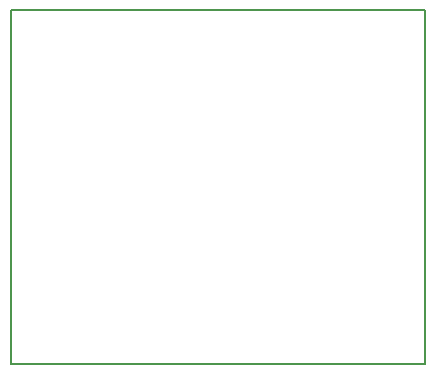
<source format=gbr>
G04 #@! TF.GenerationSoftware,KiCad,Pcbnew,(5.1.10)-1*
G04 #@! TF.CreationDate,2021-06-23T07:40:26+02:00*
G04 #@! TF.ProjectId,inyector-audio,696e7965-6374-46f7-922d-617564696f2e,3.0*
G04 #@! TF.SameCoordinates,Original*
G04 #@! TF.FileFunction,Profile,NP*
%FSLAX46Y46*%
G04 Gerber Fmt 4.6, Leading zero omitted, Abs format (unit mm)*
G04 Created by KiCad (PCBNEW (5.1.10)-1) date 2021-06-23 07:40:26*
%MOMM*%
%LPD*%
G01*
G04 APERTURE LIST*
G04 #@! TA.AperFunction,Profile*
%ADD10C,0.150000*%
G04 #@! TD*
G04 APERTURE END LIST*
D10*
X85000000Y-71000000D02*
X120000000Y-71000000D01*
X85000000Y-101000000D02*
X85000000Y-71000000D01*
X120000000Y-101000000D02*
X85000000Y-101000000D01*
X120000000Y-71000000D02*
X120000000Y-101000000D01*
M02*

</source>
